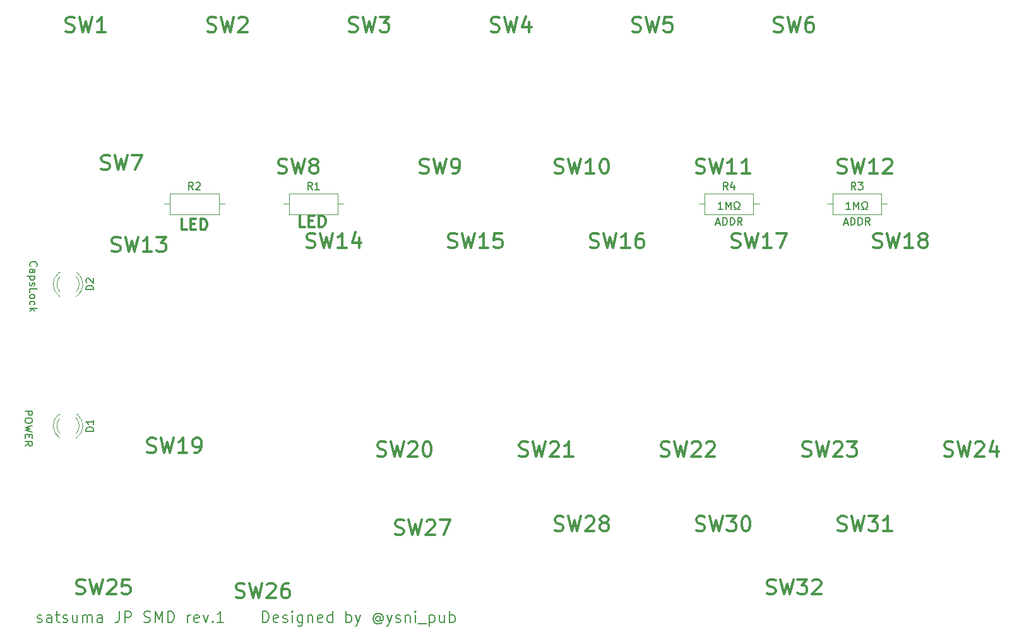
<source format=gto>
G04 #@! TF.GenerationSoftware,KiCad,Pcbnew,5.1.2-f72e74a~84~ubuntu18.04.1*
G04 #@! TF.CreationDate,2019-06-15T16:10:17+09:00*
G04 #@! TF.ProjectId,left-PCB,6c656674-2d50-4434-922e-6b696361645f,rev?*
G04 #@! TF.SameCoordinates,Original*
G04 #@! TF.FileFunction,Legend,Top*
G04 #@! TF.FilePolarity,Positive*
%FSLAX46Y46*%
G04 Gerber Fmt 4.6, Leading zero omitted, Abs format (unit mm)*
G04 Created by KiCad (PCBNEW 5.1.2-f72e74a~84~ubuntu18.04.1) date 2019-06-15 16:10:17*
%MOMM*%
%LPD*%
G04 APERTURE LIST*
%ADD10C,0.150000*%
%ADD11C,0.300000*%
%ADD12C,0.120000*%
%ADD13C,4.089800*%
%ADD14C,3.150000*%
%ADD15C,1.852000*%
%ADD16C,3.102000*%
%ADD17C,2.302000*%
%ADD18C,1.602000*%
%ADD19O,1.702000X1.702000*%
%ADD20C,1.702000*%
%ADD21C,1.902000*%
%ADD22R,1.902000X1.902000*%
G04 APERTURE END LIST*
D10*
X192817857Y-95702380D02*
X192246428Y-95702380D01*
X192532142Y-95702380D02*
X192532142Y-94702380D01*
X192436904Y-94845238D01*
X192341666Y-94940476D01*
X192246428Y-94988095D01*
X193246428Y-95702380D02*
X193246428Y-94702380D01*
X193579761Y-95416666D01*
X193913095Y-94702380D01*
X193913095Y-95702380D01*
X194341666Y-95702380D02*
X194579761Y-95702380D01*
X194579761Y-95511904D01*
X194484523Y-95464285D01*
X194389285Y-95369047D01*
X194341666Y-95226190D01*
X194341666Y-94988095D01*
X194389285Y-94845238D01*
X194484523Y-94750000D01*
X194627380Y-94702380D01*
X194817857Y-94702380D01*
X194960714Y-94750000D01*
X195055952Y-94845238D01*
X195103571Y-94988095D01*
X195103571Y-95226190D01*
X195055952Y-95369047D01*
X194960714Y-95464285D01*
X194865476Y-95511904D01*
X194865476Y-95702380D01*
X195103571Y-95702380D01*
X175672857Y-95702380D02*
X175101428Y-95702380D01*
X175387142Y-95702380D02*
X175387142Y-94702380D01*
X175291904Y-94845238D01*
X175196666Y-94940476D01*
X175101428Y-94988095D01*
X176101428Y-95702380D02*
X176101428Y-94702380D01*
X176434761Y-95416666D01*
X176768095Y-94702380D01*
X176768095Y-95702380D01*
X177196666Y-95702380D02*
X177434761Y-95702380D01*
X177434761Y-95511904D01*
X177339523Y-95464285D01*
X177244285Y-95369047D01*
X177196666Y-95226190D01*
X177196666Y-94988095D01*
X177244285Y-94845238D01*
X177339523Y-94750000D01*
X177482380Y-94702380D01*
X177672857Y-94702380D01*
X177815714Y-94750000D01*
X177910952Y-94845238D01*
X177958571Y-94988095D01*
X177958571Y-95226190D01*
X177910952Y-95369047D01*
X177815714Y-95464285D01*
X177720476Y-95511904D01*
X177720476Y-95702380D01*
X177958571Y-95702380D01*
X82827857Y-103354523D02*
X82780238Y-103306904D01*
X82732619Y-103164047D01*
X82732619Y-103068809D01*
X82780238Y-102925952D01*
X82875476Y-102830714D01*
X82970714Y-102783095D01*
X83161190Y-102735476D01*
X83304047Y-102735476D01*
X83494523Y-102783095D01*
X83589761Y-102830714D01*
X83685000Y-102925952D01*
X83732619Y-103068809D01*
X83732619Y-103164047D01*
X83685000Y-103306904D01*
X83637380Y-103354523D01*
X82732619Y-104211666D02*
X83256428Y-104211666D01*
X83351666Y-104164047D01*
X83399285Y-104068809D01*
X83399285Y-103878333D01*
X83351666Y-103783095D01*
X82780238Y-104211666D02*
X82732619Y-104116428D01*
X82732619Y-103878333D01*
X82780238Y-103783095D01*
X82875476Y-103735476D01*
X82970714Y-103735476D01*
X83065952Y-103783095D01*
X83113571Y-103878333D01*
X83113571Y-104116428D01*
X83161190Y-104211666D01*
X83399285Y-104687857D02*
X82399285Y-104687857D01*
X83351666Y-104687857D02*
X83399285Y-104783095D01*
X83399285Y-104973571D01*
X83351666Y-105068809D01*
X83304047Y-105116428D01*
X83208809Y-105164047D01*
X82923095Y-105164047D01*
X82827857Y-105116428D01*
X82780238Y-105068809D01*
X82732619Y-104973571D01*
X82732619Y-104783095D01*
X82780238Y-104687857D01*
X82780238Y-105545000D02*
X82732619Y-105640238D01*
X82732619Y-105830714D01*
X82780238Y-105925952D01*
X82875476Y-105973571D01*
X82923095Y-105973571D01*
X83018333Y-105925952D01*
X83065952Y-105830714D01*
X83065952Y-105687857D01*
X83113571Y-105592619D01*
X83208809Y-105545000D01*
X83256428Y-105545000D01*
X83351666Y-105592619D01*
X83399285Y-105687857D01*
X83399285Y-105830714D01*
X83351666Y-105925952D01*
X82732619Y-106878333D02*
X82732619Y-106402142D01*
X83732619Y-106402142D01*
X82732619Y-107354523D02*
X82780238Y-107259285D01*
X82827857Y-107211666D01*
X82923095Y-107164047D01*
X83208809Y-107164047D01*
X83304047Y-107211666D01*
X83351666Y-107259285D01*
X83399285Y-107354523D01*
X83399285Y-107497380D01*
X83351666Y-107592619D01*
X83304047Y-107640238D01*
X83208809Y-107687857D01*
X82923095Y-107687857D01*
X82827857Y-107640238D01*
X82780238Y-107592619D01*
X82732619Y-107497380D01*
X82732619Y-107354523D01*
X82780238Y-108545000D02*
X82732619Y-108449761D01*
X82732619Y-108259285D01*
X82780238Y-108164047D01*
X82827857Y-108116428D01*
X82923095Y-108068809D01*
X83208809Y-108068809D01*
X83304047Y-108116428D01*
X83351666Y-108164047D01*
X83399285Y-108259285D01*
X83399285Y-108449761D01*
X83351666Y-108545000D01*
X82732619Y-108973571D02*
X83732619Y-108973571D01*
X83113571Y-109068809D02*
X82732619Y-109354523D01*
X83399285Y-109354523D02*
X83018333Y-108973571D01*
X82097619Y-122785476D02*
X83097619Y-122785476D01*
X83097619Y-123166428D01*
X83050000Y-123261666D01*
X83002380Y-123309285D01*
X82907142Y-123356904D01*
X82764285Y-123356904D01*
X82669047Y-123309285D01*
X82621428Y-123261666D01*
X82573809Y-123166428D01*
X82573809Y-122785476D01*
X83097619Y-123975952D02*
X83097619Y-124166428D01*
X83050000Y-124261666D01*
X82954761Y-124356904D01*
X82764285Y-124404523D01*
X82430952Y-124404523D01*
X82240476Y-124356904D01*
X82145238Y-124261666D01*
X82097619Y-124166428D01*
X82097619Y-123975952D01*
X82145238Y-123880714D01*
X82240476Y-123785476D01*
X82430952Y-123737857D01*
X82764285Y-123737857D01*
X82954761Y-123785476D01*
X83050000Y-123880714D01*
X83097619Y-123975952D01*
X83097619Y-124737857D02*
X82097619Y-124975952D01*
X82811904Y-125166428D01*
X82097619Y-125356904D01*
X83097619Y-125595000D01*
X82621428Y-125975952D02*
X82621428Y-126309285D01*
X82097619Y-126452142D02*
X82097619Y-125975952D01*
X83097619Y-125975952D01*
X83097619Y-126452142D01*
X82097619Y-127452142D02*
X82573809Y-127118809D01*
X82097619Y-126880714D02*
X83097619Y-126880714D01*
X83097619Y-127261666D01*
X83050000Y-127356904D01*
X83002380Y-127404523D01*
X82907142Y-127452142D01*
X82764285Y-127452142D01*
X82669047Y-127404523D01*
X82621428Y-127356904D01*
X82573809Y-127261666D01*
X82573809Y-126880714D01*
X191936904Y-97541666D02*
X192413095Y-97541666D01*
X191841666Y-97827380D02*
X192175000Y-96827380D01*
X192508333Y-97827380D01*
X192841666Y-97827380D02*
X192841666Y-96827380D01*
X193079761Y-96827380D01*
X193222619Y-96875000D01*
X193317857Y-96970238D01*
X193365476Y-97065476D01*
X193413095Y-97255952D01*
X193413095Y-97398809D01*
X193365476Y-97589285D01*
X193317857Y-97684523D01*
X193222619Y-97779761D01*
X193079761Y-97827380D01*
X192841666Y-97827380D01*
X193841666Y-97827380D02*
X193841666Y-96827380D01*
X194079761Y-96827380D01*
X194222619Y-96875000D01*
X194317857Y-96970238D01*
X194365476Y-97065476D01*
X194413095Y-97255952D01*
X194413095Y-97398809D01*
X194365476Y-97589285D01*
X194317857Y-97684523D01*
X194222619Y-97779761D01*
X194079761Y-97827380D01*
X193841666Y-97827380D01*
X195413095Y-97827380D02*
X195079761Y-97351190D01*
X194841666Y-97827380D02*
X194841666Y-96827380D01*
X195222619Y-96827380D01*
X195317857Y-96875000D01*
X195365476Y-96922619D01*
X195413095Y-97017857D01*
X195413095Y-97160714D01*
X195365476Y-97255952D01*
X195317857Y-97303571D01*
X195222619Y-97351190D01*
X194841666Y-97351190D01*
X174791904Y-97541666D02*
X175268095Y-97541666D01*
X174696666Y-97827380D02*
X175030000Y-96827380D01*
X175363333Y-97827380D01*
X175696666Y-97827380D02*
X175696666Y-96827380D01*
X175934761Y-96827380D01*
X176077619Y-96875000D01*
X176172857Y-96970238D01*
X176220476Y-97065476D01*
X176268095Y-97255952D01*
X176268095Y-97398809D01*
X176220476Y-97589285D01*
X176172857Y-97684523D01*
X176077619Y-97779761D01*
X175934761Y-97827380D01*
X175696666Y-97827380D01*
X176696666Y-97827380D02*
X176696666Y-96827380D01*
X176934761Y-96827380D01*
X177077619Y-96875000D01*
X177172857Y-96970238D01*
X177220476Y-97065476D01*
X177268095Y-97255952D01*
X177268095Y-97398809D01*
X177220476Y-97589285D01*
X177172857Y-97684523D01*
X177077619Y-97779761D01*
X176934761Y-97827380D01*
X176696666Y-97827380D01*
X178268095Y-97827380D02*
X177934761Y-97351190D01*
X177696666Y-97827380D02*
X177696666Y-96827380D01*
X178077619Y-96827380D01*
X178172857Y-96875000D01*
X178220476Y-96922619D01*
X178268095Y-97017857D01*
X178268095Y-97160714D01*
X178220476Y-97255952D01*
X178172857Y-97303571D01*
X178077619Y-97351190D01*
X177696666Y-97351190D01*
D11*
X119685714Y-98053571D02*
X118971428Y-98053571D01*
X118971428Y-96553571D01*
X120185714Y-97267857D02*
X120685714Y-97267857D01*
X120900000Y-98053571D02*
X120185714Y-98053571D01*
X120185714Y-96553571D01*
X120900000Y-96553571D01*
X121542857Y-98053571D02*
X121542857Y-96553571D01*
X121900000Y-96553571D01*
X122114285Y-96625000D01*
X122257142Y-96767857D01*
X122328571Y-96910714D01*
X122400000Y-97196428D01*
X122400000Y-97410714D01*
X122328571Y-97696428D01*
X122257142Y-97839285D01*
X122114285Y-97982142D01*
X121900000Y-98053571D01*
X121542857Y-98053571D01*
X103810714Y-98468571D02*
X103096428Y-98468571D01*
X103096428Y-96968571D01*
X104310714Y-97682857D02*
X104810714Y-97682857D01*
X105025000Y-98468571D02*
X104310714Y-98468571D01*
X104310714Y-96968571D01*
X105025000Y-96968571D01*
X105667857Y-98468571D02*
X105667857Y-96968571D01*
X106025000Y-96968571D01*
X106239285Y-97040000D01*
X106382142Y-97182857D01*
X106453571Y-97325714D01*
X106525000Y-97611428D01*
X106525000Y-97825714D01*
X106453571Y-98111428D01*
X106382142Y-98254285D01*
X106239285Y-98397142D01*
X106025000Y-98468571D01*
X105667857Y-98468571D01*
D10*
X83760000Y-151102142D02*
X83902857Y-151173571D01*
X84188571Y-151173571D01*
X84331428Y-151102142D01*
X84402857Y-150959285D01*
X84402857Y-150887857D01*
X84331428Y-150745000D01*
X84188571Y-150673571D01*
X83974285Y-150673571D01*
X83831428Y-150602142D01*
X83760000Y-150459285D01*
X83760000Y-150387857D01*
X83831428Y-150245000D01*
X83974285Y-150173571D01*
X84188571Y-150173571D01*
X84331428Y-150245000D01*
X85688571Y-151173571D02*
X85688571Y-150387857D01*
X85617142Y-150245000D01*
X85474285Y-150173571D01*
X85188571Y-150173571D01*
X85045714Y-150245000D01*
X85688571Y-151102142D02*
X85545714Y-151173571D01*
X85188571Y-151173571D01*
X85045714Y-151102142D01*
X84974285Y-150959285D01*
X84974285Y-150816428D01*
X85045714Y-150673571D01*
X85188571Y-150602142D01*
X85545714Y-150602142D01*
X85688571Y-150530714D01*
X86188571Y-150173571D02*
X86760000Y-150173571D01*
X86402857Y-149673571D02*
X86402857Y-150959285D01*
X86474285Y-151102142D01*
X86617142Y-151173571D01*
X86760000Y-151173571D01*
X87188571Y-151102142D02*
X87331428Y-151173571D01*
X87617142Y-151173571D01*
X87760000Y-151102142D01*
X87831428Y-150959285D01*
X87831428Y-150887857D01*
X87760000Y-150745000D01*
X87617142Y-150673571D01*
X87402857Y-150673571D01*
X87260000Y-150602142D01*
X87188571Y-150459285D01*
X87188571Y-150387857D01*
X87260000Y-150245000D01*
X87402857Y-150173571D01*
X87617142Y-150173571D01*
X87760000Y-150245000D01*
X89117142Y-150173571D02*
X89117142Y-151173571D01*
X88474285Y-150173571D02*
X88474285Y-150959285D01*
X88545714Y-151102142D01*
X88688571Y-151173571D01*
X88902857Y-151173571D01*
X89045714Y-151102142D01*
X89117142Y-151030714D01*
X89831428Y-151173571D02*
X89831428Y-150173571D01*
X89831428Y-150316428D02*
X89902857Y-150245000D01*
X90045714Y-150173571D01*
X90260000Y-150173571D01*
X90402857Y-150245000D01*
X90474285Y-150387857D01*
X90474285Y-151173571D01*
X90474285Y-150387857D02*
X90545714Y-150245000D01*
X90688571Y-150173571D01*
X90902857Y-150173571D01*
X91045714Y-150245000D01*
X91117142Y-150387857D01*
X91117142Y-151173571D01*
X92474285Y-151173571D02*
X92474285Y-150387857D01*
X92402857Y-150245000D01*
X92260000Y-150173571D01*
X91974285Y-150173571D01*
X91831428Y-150245000D01*
X92474285Y-151102142D02*
X92331428Y-151173571D01*
X91974285Y-151173571D01*
X91831428Y-151102142D01*
X91760000Y-150959285D01*
X91760000Y-150816428D01*
X91831428Y-150673571D01*
X91974285Y-150602142D01*
X92331428Y-150602142D01*
X92474285Y-150530714D01*
X94760000Y-149673571D02*
X94760000Y-150745000D01*
X94688571Y-150959285D01*
X94545714Y-151102142D01*
X94331428Y-151173571D01*
X94188571Y-151173571D01*
X95474285Y-151173571D02*
X95474285Y-149673571D01*
X96045714Y-149673571D01*
X96188571Y-149745000D01*
X96260000Y-149816428D01*
X96331428Y-149959285D01*
X96331428Y-150173571D01*
X96260000Y-150316428D01*
X96188571Y-150387857D01*
X96045714Y-150459285D01*
X95474285Y-150459285D01*
X98045714Y-151102142D02*
X98260000Y-151173571D01*
X98617142Y-151173571D01*
X98760000Y-151102142D01*
X98831428Y-151030714D01*
X98902857Y-150887857D01*
X98902857Y-150745000D01*
X98831428Y-150602142D01*
X98760000Y-150530714D01*
X98617142Y-150459285D01*
X98331428Y-150387857D01*
X98188571Y-150316428D01*
X98117142Y-150245000D01*
X98045714Y-150102142D01*
X98045714Y-149959285D01*
X98117142Y-149816428D01*
X98188571Y-149745000D01*
X98331428Y-149673571D01*
X98688571Y-149673571D01*
X98902857Y-149745000D01*
X99545714Y-151173571D02*
X99545714Y-149673571D01*
X100045714Y-150745000D01*
X100545714Y-149673571D01*
X100545714Y-151173571D01*
X101260000Y-151173571D02*
X101260000Y-149673571D01*
X101617142Y-149673571D01*
X101831428Y-149745000D01*
X101974285Y-149887857D01*
X102045714Y-150030714D01*
X102117142Y-150316428D01*
X102117142Y-150530714D01*
X102045714Y-150816428D01*
X101974285Y-150959285D01*
X101831428Y-151102142D01*
X101617142Y-151173571D01*
X101260000Y-151173571D01*
X103902857Y-151173571D02*
X103902857Y-150173571D01*
X103902857Y-150459285D02*
X103974285Y-150316428D01*
X104045714Y-150245000D01*
X104188571Y-150173571D01*
X104331428Y-150173571D01*
X105402857Y-151102142D02*
X105260000Y-151173571D01*
X104974285Y-151173571D01*
X104831428Y-151102142D01*
X104760000Y-150959285D01*
X104760000Y-150387857D01*
X104831428Y-150245000D01*
X104974285Y-150173571D01*
X105260000Y-150173571D01*
X105402857Y-150245000D01*
X105474285Y-150387857D01*
X105474285Y-150530714D01*
X104760000Y-150673571D01*
X105974285Y-150173571D02*
X106331428Y-151173571D01*
X106688571Y-150173571D01*
X107260000Y-151030714D02*
X107331428Y-151102142D01*
X107260000Y-151173571D01*
X107188571Y-151102142D01*
X107260000Y-151030714D01*
X107260000Y-151173571D01*
X108760000Y-151173571D02*
X107902857Y-151173571D01*
X108331428Y-151173571D02*
X108331428Y-149673571D01*
X108188571Y-149887857D01*
X108045714Y-150030714D01*
X107902857Y-150102142D01*
X113974285Y-151173571D02*
X113974285Y-149673571D01*
X114331428Y-149673571D01*
X114545714Y-149745000D01*
X114688571Y-149887857D01*
X114760000Y-150030714D01*
X114831428Y-150316428D01*
X114831428Y-150530714D01*
X114760000Y-150816428D01*
X114688571Y-150959285D01*
X114545714Y-151102142D01*
X114331428Y-151173571D01*
X113974285Y-151173571D01*
X116045714Y-151102142D02*
X115902857Y-151173571D01*
X115617142Y-151173571D01*
X115474285Y-151102142D01*
X115402857Y-150959285D01*
X115402857Y-150387857D01*
X115474285Y-150245000D01*
X115617142Y-150173571D01*
X115902857Y-150173571D01*
X116045714Y-150245000D01*
X116117142Y-150387857D01*
X116117142Y-150530714D01*
X115402857Y-150673571D01*
X116688571Y-151102142D02*
X116831428Y-151173571D01*
X117117142Y-151173571D01*
X117260000Y-151102142D01*
X117331428Y-150959285D01*
X117331428Y-150887857D01*
X117260000Y-150745000D01*
X117117142Y-150673571D01*
X116902857Y-150673571D01*
X116760000Y-150602142D01*
X116688571Y-150459285D01*
X116688571Y-150387857D01*
X116760000Y-150245000D01*
X116902857Y-150173571D01*
X117117142Y-150173571D01*
X117260000Y-150245000D01*
X117974285Y-151173571D02*
X117974285Y-150173571D01*
X117974285Y-149673571D02*
X117902857Y-149745000D01*
X117974285Y-149816428D01*
X118045714Y-149745000D01*
X117974285Y-149673571D01*
X117974285Y-149816428D01*
X119331428Y-150173571D02*
X119331428Y-151387857D01*
X119260000Y-151530714D01*
X119188571Y-151602142D01*
X119045714Y-151673571D01*
X118831428Y-151673571D01*
X118688571Y-151602142D01*
X119331428Y-151102142D02*
X119188571Y-151173571D01*
X118902857Y-151173571D01*
X118760000Y-151102142D01*
X118688571Y-151030714D01*
X118617142Y-150887857D01*
X118617142Y-150459285D01*
X118688571Y-150316428D01*
X118760000Y-150245000D01*
X118902857Y-150173571D01*
X119188571Y-150173571D01*
X119331428Y-150245000D01*
X120045714Y-150173571D02*
X120045714Y-151173571D01*
X120045714Y-150316428D02*
X120117142Y-150245000D01*
X120260000Y-150173571D01*
X120474285Y-150173571D01*
X120617142Y-150245000D01*
X120688571Y-150387857D01*
X120688571Y-151173571D01*
X121974285Y-151102142D02*
X121831428Y-151173571D01*
X121545714Y-151173571D01*
X121402857Y-151102142D01*
X121331428Y-150959285D01*
X121331428Y-150387857D01*
X121402857Y-150245000D01*
X121545714Y-150173571D01*
X121831428Y-150173571D01*
X121974285Y-150245000D01*
X122045714Y-150387857D01*
X122045714Y-150530714D01*
X121331428Y-150673571D01*
X123331428Y-151173571D02*
X123331428Y-149673571D01*
X123331428Y-151102142D02*
X123188571Y-151173571D01*
X122902857Y-151173571D01*
X122760000Y-151102142D01*
X122688571Y-151030714D01*
X122617142Y-150887857D01*
X122617142Y-150459285D01*
X122688571Y-150316428D01*
X122760000Y-150245000D01*
X122902857Y-150173571D01*
X123188571Y-150173571D01*
X123331428Y-150245000D01*
X125188571Y-151173571D02*
X125188571Y-149673571D01*
X125188571Y-150245000D02*
X125331428Y-150173571D01*
X125617142Y-150173571D01*
X125760000Y-150245000D01*
X125831428Y-150316428D01*
X125902857Y-150459285D01*
X125902857Y-150887857D01*
X125831428Y-151030714D01*
X125760000Y-151102142D01*
X125617142Y-151173571D01*
X125331428Y-151173571D01*
X125188571Y-151102142D01*
X126402857Y-150173571D02*
X126760000Y-151173571D01*
X127117142Y-150173571D02*
X126760000Y-151173571D01*
X126617142Y-151530714D01*
X126545714Y-151602142D01*
X126402857Y-151673571D01*
X129760000Y-150459285D02*
X129688571Y-150387857D01*
X129545714Y-150316428D01*
X129402857Y-150316428D01*
X129260000Y-150387857D01*
X129188571Y-150459285D01*
X129117142Y-150602142D01*
X129117142Y-150745000D01*
X129188571Y-150887857D01*
X129260000Y-150959285D01*
X129402857Y-151030714D01*
X129545714Y-151030714D01*
X129688571Y-150959285D01*
X129760000Y-150887857D01*
X129760000Y-150316428D02*
X129760000Y-150887857D01*
X129831428Y-150959285D01*
X129902857Y-150959285D01*
X130045714Y-150887857D01*
X130117142Y-150745000D01*
X130117142Y-150387857D01*
X129974285Y-150173571D01*
X129760000Y-150030714D01*
X129474285Y-149959285D01*
X129188571Y-150030714D01*
X128974285Y-150173571D01*
X128831428Y-150387857D01*
X128760000Y-150673571D01*
X128831428Y-150959285D01*
X128974285Y-151173571D01*
X129188571Y-151316428D01*
X129474285Y-151387857D01*
X129760000Y-151316428D01*
X129974285Y-151173571D01*
X130617142Y-150173571D02*
X130974285Y-151173571D01*
X131331428Y-150173571D02*
X130974285Y-151173571D01*
X130831428Y-151530714D01*
X130760000Y-151602142D01*
X130617142Y-151673571D01*
X131831428Y-151102142D02*
X131974285Y-151173571D01*
X132260000Y-151173571D01*
X132402857Y-151102142D01*
X132474285Y-150959285D01*
X132474285Y-150887857D01*
X132402857Y-150745000D01*
X132260000Y-150673571D01*
X132045714Y-150673571D01*
X131902857Y-150602142D01*
X131831428Y-150459285D01*
X131831428Y-150387857D01*
X131902857Y-150245000D01*
X132045714Y-150173571D01*
X132260000Y-150173571D01*
X132402857Y-150245000D01*
X133117142Y-150173571D02*
X133117142Y-151173571D01*
X133117142Y-150316428D02*
X133188571Y-150245000D01*
X133331428Y-150173571D01*
X133545714Y-150173571D01*
X133688571Y-150245000D01*
X133760000Y-150387857D01*
X133760000Y-151173571D01*
X134474285Y-151173571D02*
X134474285Y-150173571D01*
X134474285Y-149673571D02*
X134402857Y-149745000D01*
X134474285Y-149816428D01*
X134545714Y-149745000D01*
X134474285Y-149673571D01*
X134474285Y-149816428D01*
X134831428Y-151316428D02*
X135974285Y-151316428D01*
X136331428Y-150173571D02*
X136331428Y-151673571D01*
X136331428Y-150245000D02*
X136474285Y-150173571D01*
X136760000Y-150173571D01*
X136902857Y-150245000D01*
X136974285Y-150316428D01*
X137045714Y-150459285D01*
X137045714Y-150887857D01*
X136974285Y-151030714D01*
X136902857Y-151102142D01*
X136760000Y-151173571D01*
X136474285Y-151173571D01*
X136331428Y-151102142D01*
X138331428Y-150173571D02*
X138331428Y-151173571D01*
X137688571Y-150173571D02*
X137688571Y-150959285D01*
X137760000Y-151102142D01*
X137902857Y-151173571D01*
X138117142Y-151173571D01*
X138260000Y-151102142D01*
X138331428Y-151030714D01*
X139045714Y-151173571D02*
X139045714Y-149673571D01*
X139045714Y-150245000D02*
X139188571Y-150173571D01*
X139474285Y-150173571D01*
X139617142Y-150245000D01*
X139688571Y-150316428D01*
X139760000Y-150459285D01*
X139760000Y-150887857D01*
X139688571Y-151030714D01*
X139617142Y-151102142D01*
X139474285Y-151173571D01*
X139188571Y-151173571D01*
X139045714Y-151102142D01*
D12*
X180570000Y-95000000D02*
X179800000Y-95000000D01*
X172490000Y-95000000D02*
X173260000Y-95000000D01*
X179800000Y-93630000D02*
X173260000Y-93630000D01*
X179800000Y-96370000D02*
X179800000Y-93630000D01*
X173260000Y-96370000D02*
X179800000Y-96370000D01*
X173260000Y-93630000D02*
X173260000Y-96370000D01*
X189635000Y-95000000D02*
X190405000Y-95000000D01*
X197715000Y-95000000D02*
X196945000Y-95000000D01*
X190405000Y-96370000D02*
X196945000Y-96370000D01*
X190405000Y-93630000D02*
X190405000Y-96370000D01*
X196945000Y-93630000D02*
X190405000Y-93630000D01*
X196945000Y-96370000D02*
X196945000Y-93630000D01*
X108870000Y-95000000D02*
X108100000Y-95000000D01*
X100790000Y-95000000D02*
X101560000Y-95000000D01*
X108100000Y-93630000D02*
X101560000Y-93630000D01*
X108100000Y-96370000D02*
X108100000Y-93630000D01*
X101560000Y-96370000D02*
X108100000Y-96370000D01*
X101560000Y-93630000D02*
X101560000Y-96370000D01*
X86795000Y-104210000D02*
X86639000Y-104210000D01*
X89111000Y-104210000D02*
X88955000Y-104210000D01*
X86795163Y-106811130D02*
G75*
G02X86795000Y-104729039I1079837J1041130D01*
G01*
X88954837Y-106811130D02*
G75*
G03X88955000Y-104729039I-1079837J1041130D01*
G01*
X86796392Y-107442335D02*
G75*
G02X86639484Y-104210000I1078608J1672335D01*
G01*
X88953608Y-107442335D02*
G75*
G03X89110516Y-104210000I-1078608J1672335D01*
G01*
X116755000Y-95000000D02*
X117525000Y-95000000D01*
X124835000Y-95000000D02*
X124065000Y-95000000D01*
X117525000Y-96370000D02*
X124065000Y-96370000D01*
X117525000Y-93630000D02*
X117525000Y-96370000D01*
X124065000Y-93630000D02*
X117525000Y-93630000D01*
X124065000Y-96370000D02*
X124065000Y-93630000D01*
X86795000Y-123210000D02*
X86639000Y-123210000D01*
X89111000Y-123210000D02*
X88955000Y-123210000D01*
X86795163Y-125811130D02*
G75*
G02X86795000Y-123729039I1079837J1041130D01*
G01*
X88954837Y-125811130D02*
G75*
G03X88955000Y-123729039I-1079837J1041130D01*
G01*
X86796392Y-126442335D02*
G75*
G02X86639484Y-123210000I1078608J1672335D01*
G01*
X88953608Y-126442335D02*
G75*
G03X89110516Y-123210000I-1078608J1672335D01*
G01*
D11*
X98505952Y-128309523D02*
X98791666Y-128404761D01*
X99267857Y-128404761D01*
X99458333Y-128309523D01*
X99553571Y-128214285D01*
X99648809Y-128023809D01*
X99648809Y-127833333D01*
X99553571Y-127642857D01*
X99458333Y-127547619D01*
X99267857Y-127452380D01*
X98886904Y-127357142D01*
X98696428Y-127261904D01*
X98601190Y-127166666D01*
X98505952Y-126976190D01*
X98505952Y-126785714D01*
X98601190Y-126595238D01*
X98696428Y-126500000D01*
X98886904Y-126404761D01*
X99363095Y-126404761D01*
X99648809Y-126500000D01*
X100315476Y-126404761D02*
X100791666Y-128404761D01*
X101172619Y-126976190D01*
X101553571Y-128404761D01*
X102029761Y-126404761D01*
X103839285Y-128404761D02*
X102696428Y-128404761D01*
X103267857Y-128404761D02*
X103267857Y-126404761D01*
X103077380Y-126690476D01*
X102886904Y-126880952D01*
X102696428Y-126976190D01*
X104791666Y-128404761D02*
X105172619Y-128404761D01*
X105363095Y-128309523D01*
X105458333Y-128214285D01*
X105648809Y-127928571D01*
X105744047Y-127547619D01*
X105744047Y-126785714D01*
X105648809Y-126595238D01*
X105553571Y-126500000D01*
X105363095Y-126404761D01*
X104982142Y-126404761D01*
X104791666Y-126500000D01*
X104696428Y-126595238D01*
X104601190Y-126785714D01*
X104601190Y-127261904D01*
X104696428Y-127452380D01*
X104791666Y-127547619D01*
X104982142Y-127642857D01*
X105363095Y-127642857D01*
X105553571Y-127547619D01*
X105648809Y-127452380D01*
X105744047Y-127261904D01*
D10*
X176363333Y-93082380D02*
X176030000Y-92606190D01*
X175791904Y-93082380D02*
X175791904Y-92082380D01*
X176172857Y-92082380D01*
X176268095Y-92130000D01*
X176315714Y-92177619D01*
X176363333Y-92272857D01*
X176363333Y-92415714D01*
X176315714Y-92510952D01*
X176268095Y-92558571D01*
X176172857Y-92606190D01*
X175791904Y-92606190D01*
X177220476Y-92415714D02*
X177220476Y-93082380D01*
X176982380Y-92034761D02*
X176744285Y-92749047D01*
X177363333Y-92749047D01*
X193508333Y-93077380D02*
X193175000Y-92601190D01*
X192936904Y-93077380D02*
X192936904Y-92077380D01*
X193317857Y-92077380D01*
X193413095Y-92125000D01*
X193460714Y-92172619D01*
X193508333Y-92267857D01*
X193508333Y-92410714D01*
X193460714Y-92505952D01*
X193413095Y-92553571D01*
X193317857Y-92601190D01*
X192936904Y-92601190D01*
X193841666Y-92077380D02*
X194460714Y-92077380D01*
X194127380Y-92458333D01*
X194270238Y-92458333D01*
X194365476Y-92505952D01*
X194413095Y-92553571D01*
X194460714Y-92648809D01*
X194460714Y-92886904D01*
X194413095Y-92982142D01*
X194365476Y-93029761D01*
X194270238Y-93077380D01*
X193984523Y-93077380D01*
X193889285Y-93029761D01*
X193841666Y-92982142D01*
X104663333Y-93082380D02*
X104330000Y-92606190D01*
X104091904Y-93082380D02*
X104091904Y-92082380D01*
X104472857Y-92082380D01*
X104568095Y-92130000D01*
X104615714Y-92177619D01*
X104663333Y-92272857D01*
X104663333Y-92415714D01*
X104615714Y-92510952D01*
X104568095Y-92558571D01*
X104472857Y-92606190D01*
X104091904Y-92606190D01*
X105044285Y-92177619D02*
X105091904Y-92130000D01*
X105187142Y-92082380D01*
X105425238Y-92082380D01*
X105520476Y-92130000D01*
X105568095Y-92177619D01*
X105615714Y-92272857D01*
X105615714Y-92368095D01*
X105568095Y-92510952D01*
X104996666Y-93082380D01*
X105615714Y-93082380D01*
X91287380Y-106508095D02*
X90287380Y-106508095D01*
X90287380Y-106270000D01*
X90335000Y-106127142D01*
X90430238Y-106031904D01*
X90525476Y-105984285D01*
X90715952Y-105936666D01*
X90858809Y-105936666D01*
X91049285Y-105984285D01*
X91144523Y-106031904D01*
X91239761Y-106127142D01*
X91287380Y-106270000D01*
X91287380Y-106508095D01*
X90382619Y-105555714D02*
X90335000Y-105508095D01*
X90287380Y-105412857D01*
X90287380Y-105174761D01*
X90335000Y-105079523D01*
X90382619Y-105031904D01*
X90477857Y-104984285D01*
X90573095Y-104984285D01*
X90715952Y-105031904D01*
X91287380Y-105603333D01*
X91287380Y-104984285D01*
D11*
X181630952Y-147309523D02*
X181916666Y-147404761D01*
X182392857Y-147404761D01*
X182583333Y-147309523D01*
X182678571Y-147214285D01*
X182773809Y-147023809D01*
X182773809Y-146833333D01*
X182678571Y-146642857D01*
X182583333Y-146547619D01*
X182392857Y-146452380D01*
X182011904Y-146357142D01*
X181821428Y-146261904D01*
X181726190Y-146166666D01*
X181630952Y-145976190D01*
X181630952Y-145785714D01*
X181726190Y-145595238D01*
X181821428Y-145500000D01*
X182011904Y-145404761D01*
X182488095Y-145404761D01*
X182773809Y-145500000D01*
X183440476Y-145404761D02*
X183916666Y-147404761D01*
X184297619Y-145976190D01*
X184678571Y-147404761D01*
X185154761Y-145404761D01*
X185726190Y-145404761D02*
X186964285Y-145404761D01*
X186297619Y-146166666D01*
X186583333Y-146166666D01*
X186773809Y-146261904D01*
X186869047Y-146357142D01*
X186964285Y-146547619D01*
X186964285Y-147023809D01*
X186869047Y-147214285D01*
X186773809Y-147309523D01*
X186583333Y-147404761D01*
X186011904Y-147404761D01*
X185821428Y-147309523D01*
X185726190Y-147214285D01*
X187726190Y-145595238D02*
X187821428Y-145500000D01*
X188011904Y-145404761D01*
X188488095Y-145404761D01*
X188678571Y-145500000D01*
X188773809Y-145595238D01*
X188869047Y-145785714D01*
X188869047Y-145976190D01*
X188773809Y-146261904D01*
X187630952Y-147404761D01*
X188869047Y-147404761D01*
X191130952Y-138809523D02*
X191416666Y-138904761D01*
X191892857Y-138904761D01*
X192083333Y-138809523D01*
X192178571Y-138714285D01*
X192273809Y-138523809D01*
X192273809Y-138333333D01*
X192178571Y-138142857D01*
X192083333Y-138047619D01*
X191892857Y-137952380D01*
X191511904Y-137857142D01*
X191321428Y-137761904D01*
X191226190Y-137666666D01*
X191130952Y-137476190D01*
X191130952Y-137285714D01*
X191226190Y-137095238D01*
X191321428Y-137000000D01*
X191511904Y-136904761D01*
X191988095Y-136904761D01*
X192273809Y-137000000D01*
X192940476Y-136904761D02*
X193416666Y-138904761D01*
X193797619Y-137476190D01*
X194178571Y-138904761D01*
X194654761Y-136904761D01*
X195226190Y-136904761D02*
X196464285Y-136904761D01*
X195797619Y-137666666D01*
X196083333Y-137666666D01*
X196273809Y-137761904D01*
X196369047Y-137857142D01*
X196464285Y-138047619D01*
X196464285Y-138523809D01*
X196369047Y-138714285D01*
X196273809Y-138809523D01*
X196083333Y-138904761D01*
X195511904Y-138904761D01*
X195321428Y-138809523D01*
X195226190Y-138714285D01*
X198369047Y-138904761D02*
X197226190Y-138904761D01*
X197797619Y-138904761D02*
X197797619Y-136904761D01*
X197607142Y-137190476D01*
X197416666Y-137380952D01*
X197226190Y-137476190D01*
X110380952Y-147809523D02*
X110666666Y-147904761D01*
X111142857Y-147904761D01*
X111333333Y-147809523D01*
X111428571Y-147714285D01*
X111523809Y-147523809D01*
X111523809Y-147333333D01*
X111428571Y-147142857D01*
X111333333Y-147047619D01*
X111142857Y-146952380D01*
X110761904Y-146857142D01*
X110571428Y-146761904D01*
X110476190Y-146666666D01*
X110380952Y-146476190D01*
X110380952Y-146285714D01*
X110476190Y-146095238D01*
X110571428Y-146000000D01*
X110761904Y-145904761D01*
X111238095Y-145904761D01*
X111523809Y-146000000D01*
X112190476Y-145904761D02*
X112666666Y-147904761D01*
X113047619Y-146476190D01*
X113428571Y-147904761D01*
X113904761Y-145904761D01*
X114571428Y-146095238D02*
X114666666Y-146000000D01*
X114857142Y-145904761D01*
X115333333Y-145904761D01*
X115523809Y-146000000D01*
X115619047Y-146095238D01*
X115714285Y-146285714D01*
X115714285Y-146476190D01*
X115619047Y-146761904D01*
X114476190Y-147904761D01*
X115714285Y-147904761D01*
X117428571Y-145904761D02*
X117047619Y-145904761D01*
X116857142Y-146000000D01*
X116761904Y-146095238D01*
X116571428Y-146380952D01*
X116476190Y-146761904D01*
X116476190Y-147523809D01*
X116571428Y-147714285D01*
X116666666Y-147809523D01*
X116857142Y-147904761D01*
X117238095Y-147904761D01*
X117428571Y-147809523D01*
X117523809Y-147714285D01*
X117619047Y-147523809D01*
X117619047Y-147047619D01*
X117523809Y-146857142D01*
X117428571Y-146761904D01*
X117238095Y-146666666D01*
X116857142Y-146666666D01*
X116666666Y-146761904D01*
X116571428Y-146857142D01*
X116476190Y-147047619D01*
D10*
X120628333Y-93077380D02*
X120295000Y-92601190D01*
X120056904Y-93077380D02*
X120056904Y-92077380D01*
X120437857Y-92077380D01*
X120533095Y-92125000D01*
X120580714Y-92172619D01*
X120628333Y-92267857D01*
X120628333Y-92410714D01*
X120580714Y-92505952D01*
X120533095Y-92553571D01*
X120437857Y-92601190D01*
X120056904Y-92601190D01*
X121580714Y-93077380D02*
X121009285Y-93077380D01*
X121295000Y-93077380D02*
X121295000Y-92077380D01*
X121199761Y-92220238D01*
X121104523Y-92315476D01*
X121009285Y-92363095D01*
X91287380Y-125508095D02*
X90287380Y-125508095D01*
X90287380Y-125270000D01*
X90335000Y-125127142D01*
X90430238Y-125031904D01*
X90525476Y-124984285D01*
X90715952Y-124936666D01*
X90858809Y-124936666D01*
X91049285Y-124984285D01*
X91144523Y-125031904D01*
X91239761Y-125127142D01*
X91287380Y-125270000D01*
X91287380Y-125508095D01*
X91287380Y-123984285D02*
X91287380Y-124555714D01*
X91287380Y-124270000D02*
X90287380Y-124270000D01*
X90430238Y-124365238D01*
X90525476Y-124460476D01*
X90573095Y-124555714D01*
D11*
X172130952Y-138809523D02*
X172416666Y-138904761D01*
X172892857Y-138904761D01*
X173083333Y-138809523D01*
X173178571Y-138714285D01*
X173273809Y-138523809D01*
X173273809Y-138333333D01*
X173178571Y-138142857D01*
X173083333Y-138047619D01*
X172892857Y-137952380D01*
X172511904Y-137857142D01*
X172321428Y-137761904D01*
X172226190Y-137666666D01*
X172130952Y-137476190D01*
X172130952Y-137285714D01*
X172226190Y-137095238D01*
X172321428Y-137000000D01*
X172511904Y-136904761D01*
X172988095Y-136904761D01*
X173273809Y-137000000D01*
X173940476Y-136904761D02*
X174416666Y-138904761D01*
X174797619Y-137476190D01*
X175178571Y-138904761D01*
X175654761Y-136904761D01*
X176226190Y-136904761D02*
X177464285Y-136904761D01*
X176797619Y-137666666D01*
X177083333Y-137666666D01*
X177273809Y-137761904D01*
X177369047Y-137857142D01*
X177464285Y-138047619D01*
X177464285Y-138523809D01*
X177369047Y-138714285D01*
X177273809Y-138809523D01*
X177083333Y-138904761D01*
X176511904Y-138904761D01*
X176321428Y-138809523D01*
X176226190Y-138714285D01*
X178702380Y-136904761D02*
X178892857Y-136904761D01*
X179083333Y-137000000D01*
X179178571Y-137095238D01*
X179273809Y-137285714D01*
X179369047Y-137666666D01*
X179369047Y-138142857D01*
X179273809Y-138523809D01*
X179178571Y-138714285D01*
X179083333Y-138809523D01*
X178892857Y-138904761D01*
X178702380Y-138904761D01*
X178511904Y-138809523D01*
X178416666Y-138714285D01*
X178321428Y-138523809D01*
X178226190Y-138142857D01*
X178226190Y-137666666D01*
X178321428Y-137285714D01*
X178416666Y-137095238D01*
X178511904Y-137000000D01*
X178702380Y-136904761D01*
X153130952Y-138809523D02*
X153416666Y-138904761D01*
X153892857Y-138904761D01*
X154083333Y-138809523D01*
X154178571Y-138714285D01*
X154273809Y-138523809D01*
X154273809Y-138333333D01*
X154178571Y-138142857D01*
X154083333Y-138047619D01*
X153892857Y-137952380D01*
X153511904Y-137857142D01*
X153321428Y-137761904D01*
X153226190Y-137666666D01*
X153130952Y-137476190D01*
X153130952Y-137285714D01*
X153226190Y-137095238D01*
X153321428Y-137000000D01*
X153511904Y-136904761D01*
X153988095Y-136904761D01*
X154273809Y-137000000D01*
X154940476Y-136904761D02*
X155416666Y-138904761D01*
X155797619Y-137476190D01*
X156178571Y-138904761D01*
X156654761Y-136904761D01*
X157321428Y-137095238D02*
X157416666Y-137000000D01*
X157607142Y-136904761D01*
X158083333Y-136904761D01*
X158273809Y-137000000D01*
X158369047Y-137095238D01*
X158464285Y-137285714D01*
X158464285Y-137476190D01*
X158369047Y-137761904D01*
X157226190Y-138904761D01*
X158464285Y-138904761D01*
X159607142Y-137761904D02*
X159416666Y-137666666D01*
X159321428Y-137571428D01*
X159226190Y-137380952D01*
X159226190Y-137285714D01*
X159321428Y-137095238D01*
X159416666Y-137000000D01*
X159607142Y-136904761D01*
X159988095Y-136904761D01*
X160178571Y-137000000D01*
X160273809Y-137095238D01*
X160369047Y-137285714D01*
X160369047Y-137380952D01*
X160273809Y-137571428D01*
X160178571Y-137666666D01*
X159988095Y-137761904D01*
X159607142Y-137761904D01*
X159416666Y-137857142D01*
X159321428Y-137952380D01*
X159226190Y-138142857D01*
X159226190Y-138523809D01*
X159321428Y-138714285D01*
X159416666Y-138809523D01*
X159607142Y-138904761D01*
X159988095Y-138904761D01*
X160178571Y-138809523D01*
X160273809Y-138714285D01*
X160369047Y-138523809D01*
X160369047Y-138142857D01*
X160273809Y-137952380D01*
X160178571Y-137857142D01*
X159988095Y-137761904D01*
X131755952Y-139309523D02*
X132041666Y-139404761D01*
X132517857Y-139404761D01*
X132708333Y-139309523D01*
X132803571Y-139214285D01*
X132898809Y-139023809D01*
X132898809Y-138833333D01*
X132803571Y-138642857D01*
X132708333Y-138547619D01*
X132517857Y-138452380D01*
X132136904Y-138357142D01*
X131946428Y-138261904D01*
X131851190Y-138166666D01*
X131755952Y-137976190D01*
X131755952Y-137785714D01*
X131851190Y-137595238D01*
X131946428Y-137500000D01*
X132136904Y-137404761D01*
X132613095Y-137404761D01*
X132898809Y-137500000D01*
X133565476Y-137404761D02*
X134041666Y-139404761D01*
X134422619Y-137976190D01*
X134803571Y-139404761D01*
X135279761Y-137404761D01*
X135946428Y-137595238D02*
X136041666Y-137500000D01*
X136232142Y-137404761D01*
X136708333Y-137404761D01*
X136898809Y-137500000D01*
X136994047Y-137595238D01*
X137089285Y-137785714D01*
X137089285Y-137976190D01*
X136994047Y-138261904D01*
X135851190Y-139404761D01*
X137089285Y-139404761D01*
X137755952Y-137404761D02*
X139089285Y-137404761D01*
X138232142Y-139404761D01*
X89005952Y-147309523D02*
X89291666Y-147404761D01*
X89767857Y-147404761D01*
X89958333Y-147309523D01*
X90053571Y-147214285D01*
X90148809Y-147023809D01*
X90148809Y-146833333D01*
X90053571Y-146642857D01*
X89958333Y-146547619D01*
X89767857Y-146452380D01*
X89386904Y-146357142D01*
X89196428Y-146261904D01*
X89101190Y-146166666D01*
X89005952Y-145976190D01*
X89005952Y-145785714D01*
X89101190Y-145595238D01*
X89196428Y-145500000D01*
X89386904Y-145404761D01*
X89863095Y-145404761D01*
X90148809Y-145500000D01*
X90815476Y-145404761D02*
X91291666Y-147404761D01*
X91672619Y-145976190D01*
X92053571Y-147404761D01*
X92529761Y-145404761D01*
X93196428Y-145595238D02*
X93291666Y-145500000D01*
X93482142Y-145404761D01*
X93958333Y-145404761D01*
X94148809Y-145500000D01*
X94244047Y-145595238D01*
X94339285Y-145785714D01*
X94339285Y-145976190D01*
X94244047Y-146261904D01*
X93101190Y-147404761D01*
X94339285Y-147404761D01*
X96148809Y-145404761D02*
X95196428Y-145404761D01*
X95101190Y-146357142D01*
X95196428Y-146261904D01*
X95386904Y-146166666D01*
X95863095Y-146166666D01*
X96053571Y-146261904D01*
X96148809Y-146357142D01*
X96244047Y-146547619D01*
X96244047Y-147023809D01*
X96148809Y-147214285D01*
X96053571Y-147309523D01*
X95863095Y-147404761D01*
X95386904Y-147404761D01*
X95196428Y-147309523D01*
X95101190Y-147214285D01*
X205380952Y-128809523D02*
X205666666Y-128904761D01*
X206142857Y-128904761D01*
X206333333Y-128809523D01*
X206428571Y-128714285D01*
X206523809Y-128523809D01*
X206523809Y-128333333D01*
X206428571Y-128142857D01*
X206333333Y-128047619D01*
X206142857Y-127952380D01*
X205761904Y-127857142D01*
X205571428Y-127761904D01*
X205476190Y-127666666D01*
X205380952Y-127476190D01*
X205380952Y-127285714D01*
X205476190Y-127095238D01*
X205571428Y-127000000D01*
X205761904Y-126904761D01*
X206238095Y-126904761D01*
X206523809Y-127000000D01*
X207190476Y-126904761D02*
X207666666Y-128904761D01*
X208047619Y-127476190D01*
X208428571Y-128904761D01*
X208904761Y-126904761D01*
X209571428Y-127095238D02*
X209666666Y-127000000D01*
X209857142Y-126904761D01*
X210333333Y-126904761D01*
X210523809Y-127000000D01*
X210619047Y-127095238D01*
X210714285Y-127285714D01*
X210714285Y-127476190D01*
X210619047Y-127761904D01*
X209476190Y-128904761D01*
X210714285Y-128904761D01*
X212428571Y-127571428D02*
X212428571Y-128904761D01*
X211952380Y-126809523D02*
X211476190Y-128238095D01*
X212714285Y-128238095D01*
X186380952Y-128809523D02*
X186666666Y-128904761D01*
X187142857Y-128904761D01*
X187333333Y-128809523D01*
X187428571Y-128714285D01*
X187523809Y-128523809D01*
X187523809Y-128333333D01*
X187428571Y-128142857D01*
X187333333Y-128047619D01*
X187142857Y-127952380D01*
X186761904Y-127857142D01*
X186571428Y-127761904D01*
X186476190Y-127666666D01*
X186380952Y-127476190D01*
X186380952Y-127285714D01*
X186476190Y-127095238D01*
X186571428Y-127000000D01*
X186761904Y-126904761D01*
X187238095Y-126904761D01*
X187523809Y-127000000D01*
X188190476Y-126904761D02*
X188666666Y-128904761D01*
X189047619Y-127476190D01*
X189428571Y-128904761D01*
X189904761Y-126904761D01*
X190571428Y-127095238D02*
X190666666Y-127000000D01*
X190857142Y-126904761D01*
X191333333Y-126904761D01*
X191523809Y-127000000D01*
X191619047Y-127095238D01*
X191714285Y-127285714D01*
X191714285Y-127476190D01*
X191619047Y-127761904D01*
X190476190Y-128904761D01*
X191714285Y-128904761D01*
X192380952Y-126904761D02*
X193619047Y-126904761D01*
X192952380Y-127666666D01*
X193238095Y-127666666D01*
X193428571Y-127761904D01*
X193523809Y-127857142D01*
X193619047Y-128047619D01*
X193619047Y-128523809D01*
X193523809Y-128714285D01*
X193428571Y-128809523D01*
X193238095Y-128904761D01*
X192666666Y-128904761D01*
X192476190Y-128809523D01*
X192380952Y-128714285D01*
X167380952Y-128809523D02*
X167666666Y-128904761D01*
X168142857Y-128904761D01*
X168333333Y-128809523D01*
X168428571Y-128714285D01*
X168523809Y-128523809D01*
X168523809Y-128333333D01*
X168428571Y-128142857D01*
X168333333Y-128047619D01*
X168142857Y-127952380D01*
X167761904Y-127857142D01*
X167571428Y-127761904D01*
X167476190Y-127666666D01*
X167380952Y-127476190D01*
X167380952Y-127285714D01*
X167476190Y-127095238D01*
X167571428Y-127000000D01*
X167761904Y-126904761D01*
X168238095Y-126904761D01*
X168523809Y-127000000D01*
X169190476Y-126904761D02*
X169666666Y-128904761D01*
X170047619Y-127476190D01*
X170428571Y-128904761D01*
X170904761Y-126904761D01*
X171571428Y-127095238D02*
X171666666Y-127000000D01*
X171857142Y-126904761D01*
X172333333Y-126904761D01*
X172523809Y-127000000D01*
X172619047Y-127095238D01*
X172714285Y-127285714D01*
X172714285Y-127476190D01*
X172619047Y-127761904D01*
X171476190Y-128904761D01*
X172714285Y-128904761D01*
X173476190Y-127095238D02*
X173571428Y-127000000D01*
X173761904Y-126904761D01*
X174238095Y-126904761D01*
X174428571Y-127000000D01*
X174523809Y-127095238D01*
X174619047Y-127285714D01*
X174619047Y-127476190D01*
X174523809Y-127761904D01*
X173380952Y-128904761D01*
X174619047Y-128904761D01*
X148380952Y-128809523D02*
X148666666Y-128904761D01*
X149142857Y-128904761D01*
X149333333Y-128809523D01*
X149428571Y-128714285D01*
X149523809Y-128523809D01*
X149523809Y-128333333D01*
X149428571Y-128142857D01*
X149333333Y-128047619D01*
X149142857Y-127952380D01*
X148761904Y-127857142D01*
X148571428Y-127761904D01*
X148476190Y-127666666D01*
X148380952Y-127476190D01*
X148380952Y-127285714D01*
X148476190Y-127095238D01*
X148571428Y-127000000D01*
X148761904Y-126904761D01*
X149238095Y-126904761D01*
X149523809Y-127000000D01*
X150190476Y-126904761D02*
X150666666Y-128904761D01*
X151047619Y-127476190D01*
X151428571Y-128904761D01*
X151904761Y-126904761D01*
X152571428Y-127095238D02*
X152666666Y-127000000D01*
X152857142Y-126904761D01*
X153333333Y-126904761D01*
X153523809Y-127000000D01*
X153619047Y-127095238D01*
X153714285Y-127285714D01*
X153714285Y-127476190D01*
X153619047Y-127761904D01*
X152476190Y-128904761D01*
X153714285Y-128904761D01*
X155619047Y-128904761D02*
X154476190Y-128904761D01*
X155047619Y-128904761D02*
X155047619Y-126904761D01*
X154857142Y-127190476D01*
X154666666Y-127380952D01*
X154476190Y-127476190D01*
X129380952Y-128809523D02*
X129666666Y-128904761D01*
X130142857Y-128904761D01*
X130333333Y-128809523D01*
X130428571Y-128714285D01*
X130523809Y-128523809D01*
X130523809Y-128333333D01*
X130428571Y-128142857D01*
X130333333Y-128047619D01*
X130142857Y-127952380D01*
X129761904Y-127857142D01*
X129571428Y-127761904D01*
X129476190Y-127666666D01*
X129380952Y-127476190D01*
X129380952Y-127285714D01*
X129476190Y-127095238D01*
X129571428Y-127000000D01*
X129761904Y-126904761D01*
X130238095Y-126904761D01*
X130523809Y-127000000D01*
X131190476Y-126904761D02*
X131666666Y-128904761D01*
X132047619Y-127476190D01*
X132428571Y-128904761D01*
X132904761Y-126904761D01*
X133571428Y-127095238D02*
X133666666Y-127000000D01*
X133857142Y-126904761D01*
X134333333Y-126904761D01*
X134523809Y-127000000D01*
X134619047Y-127095238D01*
X134714285Y-127285714D01*
X134714285Y-127476190D01*
X134619047Y-127761904D01*
X133476190Y-128904761D01*
X134714285Y-128904761D01*
X135952380Y-126904761D02*
X136142857Y-126904761D01*
X136333333Y-127000000D01*
X136428571Y-127095238D01*
X136523809Y-127285714D01*
X136619047Y-127666666D01*
X136619047Y-128142857D01*
X136523809Y-128523809D01*
X136428571Y-128714285D01*
X136333333Y-128809523D01*
X136142857Y-128904761D01*
X135952380Y-128904761D01*
X135761904Y-128809523D01*
X135666666Y-128714285D01*
X135571428Y-128523809D01*
X135476190Y-128142857D01*
X135476190Y-127666666D01*
X135571428Y-127285714D01*
X135666666Y-127095238D01*
X135761904Y-127000000D01*
X135952380Y-126904761D01*
X195880952Y-100809523D02*
X196166666Y-100904761D01*
X196642857Y-100904761D01*
X196833333Y-100809523D01*
X196928571Y-100714285D01*
X197023809Y-100523809D01*
X197023809Y-100333333D01*
X196928571Y-100142857D01*
X196833333Y-100047619D01*
X196642857Y-99952380D01*
X196261904Y-99857142D01*
X196071428Y-99761904D01*
X195976190Y-99666666D01*
X195880952Y-99476190D01*
X195880952Y-99285714D01*
X195976190Y-99095238D01*
X196071428Y-99000000D01*
X196261904Y-98904761D01*
X196738095Y-98904761D01*
X197023809Y-99000000D01*
X197690476Y-98904761D02*
X198166666Y-100904761D01*
X198547619Y-99476190D01*
X198928571Y-100904761D01*
X199404761Y-98904761D01*
X201214285Y-100904761D02*
X200071428Y-100904761D01*
X200642857Y-100904761D02*
X200642857Y-98904761D01*
X200452380Y-99190476D01*
X200261904Y-99380952D01*
X200071428Y-99476190D01*
X202357142Y-99761904D02*
X202166666Y-99666666D01*
X202071428Y-99571428D01*
X201976190Y-99380952D01*
X201976190Y-99285714D01*
X202071428Y-99095238D01*
X202166666Y-99000000D01*
X202357142Y-98904761D01*
X202738095Y-98904761D01*
X202928571Y-99000000D01*
X203023809Y-99095238D01*
X203119047Y-99285714D01*
X203119047Y-99380952D01*
X203023809Y-99571428D01*
X202928571Y-99666666D01*
X202738095Y-99761904D01*
X202357142Y-99761904D01*
X202166666Y-99857142D01*
X202071428Y-99952380D01*
X201976190Y-100142857D01*
X201976190Y-100523809D01*
X202071428Y-100714285D01*
X202166666Y-100809523D01*
X202357142Y-100904761D01*
X202738095Y-100904761D01*
X202928571Y-100809523D01*
X203023809Y-100714285D01*
X203119047Y-100523809D01*
X203119047Y-100142857D01*
X203023809Y-99952380D01*
X202928571Y-99857142D01*
X202738095Y-99761904D01*
X176880952Y-100809523D02*
X177166666Y-100904761D01*
X177642857Y-100904761D01*
X177833333Y-100809523D01*
X177928571Y-100714285D01*
X178023809Y-100523809D01*
X178023809Y-100333333D01*
X177928571Y-100142857D01*
X177833333Y-100047619D01*
X177642857Y-99952380D01*
X177261904Y-99857142D01*
X177071428Y-99761904D01*
X176976190Y-99666666D01*
X176880952Y-99476190D01*
X176880952Y-99285714D01*
X176976190Y-99095238D01*
X177071428Y-99000000D01*
X177261904Y-98904761D01*
X177738095Y-98904761D01*
X178023809Y-99000000D01*
X178690476Y-98904761D02*
X179166666Y-100904761D01*
X179547619Y-99476190D01*
X179928571Y-100904761D01*
X180404761Y-98904761D01*
X182214285Y-100904761D02*
X181071428Y-100904761D01*
X181642857Y-100904761D02*
X181642857Y-98904761D01*
X181452380Y-99190476D01*
X181261904Y-99380952D01*
X181071428Y-99476190D01*
X182880952Y-98904761D02*
X184214285Y-98904761D01*
X183357142Y-100904761D01*
X157880952Y-100809523D02*
X158166666Y-100904761D01*
X158642857Y-100904761D01*
X158833333Y-100809523D01*
X158928571Y-100714285D01*
X159023809Y-100523809D01*
X159023809Y-100333333D01*
X158928571Y-100142857D01*
X158833333Y-100047619D01*
X158642857Y-99952380D01*
X158261904Y-99857142D01*
X158071428Y-99761904D01*
X157976190Y-99666666D01*
X157880952Y-99476190D01*
X157880952Y-99285714D01*
X157976190Y-99095238D01*
X158071428Y-99000000D01*
X158261904Y-98904761D01*
X158738095Y-98904761D01*
X159023809Y-99000000D01*
X159690476Y-98904761D02*
X160166666Y-100904761D01*
X160547619Y-99476190D01*
X160928571Y-100904761D01*
X161404761Y-98904761D01*
X163214285Y-100904761D02*
X162071428Y-100904761D01*
X162642857Y-100904761D02*
X162642857Y-98904761D01*
X162452380Y-99190476D01*
X162261904Y-99380952D01*
X162071428Y-99476190D01*
X164928571Y-98904761D02*
X164547619Y-98904761D01*
X164357142Y-99000000D01*
X164261904Y-99095238D01*
X164071428Y-99380952D01*
X163976190Y-99761904D01*
X163976190Y-100523809D01*
X164071428Y-100714285D01*
X164166666Y-100809523D01*
X164357142Y-100904761D01*
X164738095Y-100904761D01*
X164928571Y-100809523D01*
X165023809Y-100714285D01*
X165119047Y-100523809D01*
X165119047Y-100047619D01*
X165023809Y-99857142D01*
X164928571Y-99761904D01*
X164738095Y-99666666D01*
X164357142Y-99666666D01*
X164166666Y-99761904D01*
X164071428Y-99857142D01*
X163976190Y-100047619D01*
X138880952Y-100809523D02*
X139166666Y-100904761D01*
X139642857Y-100904761D01*
X139833333Y-100809523D01*
X139928571Y-100714285D01*
X140023809Y-100523809D01*
X140023809Y-100333333D01*
X139928571Y-100142857D01*
X139833333Y-100047619D01*
X139642857Y-99952380D01*
X139261904Y-99857142D01*
X139071428Y-99761904D01*
X138976190Y-99666666D01*
X138880952Y-99476190D01*
X138880952Y-99285714D01*
X138976190Y-99095238D01*
X139071428Y-99000000D01*
X139261904Y-98904761D01*
X139738095Y-98904761D01*
X140023809Y-99000000D01*
X140690476Y-98904761D02*
X141166666Y-100904761D01*
X141547619Y-99476190D01*
X141928571Y-100904761D01*
X142404761Y-98904761D01*
X144214285Y-100904761D02*
X143071428Y-100904761D01*
X143642857Y-100904761D02*
X143642857Y-98904761D01*
X143452380Y-99190476D01*
X143261904Y-99380952D01*
X143071428Y-99476190D01*
X146023809Y-98904761D02*
X145071428Y-98904761D01*
X144976190Y-99857142D01*
X145071428Y-99761904D01*
X145261904Y-99666666D01*
X145738095Y-99666666D01*
X145928571Y-99761904D01*
X146023809Y-99857142D01*
X146119047Y-100047619D01*
X146119047Y-100523809D01*
X146023809Y-100714285D01*
X145928571Y-100809523D01*
X145738095Y-100904761D01*
X145261904Y-100904761D01*
X145071428Y-100809523D01*
X144976190Y-100714285D01*
X119880952Y-100809523D02*
X120166666Y-100904761D01*
X120642857Y-100904761D01*
X120833333Y-100809523D01*
X120928571Y-100714285D01*
X121023809Y-100523809D01*
X121023809Y-100333333D01*
X120928571Y-100142857D01*
X120833333Y-100047619D01*
X120642857Y-99952380D01*
X120261904Y-99857142D01*
X120071428Y-99761904D01*
X119976190Y-99666666D01*
X119880952Y-99476190D01*
X119880952Y-99285714D01*
X119976190Y-99095238D01*
X120071428Y-99000000D01*
X120261904Y-98904761D01*
X120738095Y-98904761D01*
X121023809Y-99000000D01*
X121690476Y-98904761D02*
X122166666Y-100904761D01*
X122547619Y-99476190D01*
X122928571Y-100904761D01*
X123404761Y-98904761D01*
X125214285Y-100904761D02*
X124071428Y-100904761D01*
X124642857Y-100904761D02*
X124642857Y-98904761D01*
X124452380Y-99190476D01*
X124261904Y-99380952D01*
X124071428Y-99476190D01*
X126928571Y-99571428D02*
X126928571Y-100904761D01*
X126452380Y-98809523D02*
X125976190Y-100238095D01*
X127214285Y-100238095D01*
X93755952Y-101309523D02*
X94041666Y-101404761D01*
X94517857Y-101404761D01*
X94708333Y-101309523D01*
X94803571Y-101214285D01*
X94898809Y-101023809D01*
X94898809Y-100833333D01*
X94803571Y-100642857D01*
X94708333Y-100547619D01*
X94517857Y-100452380D01*
X94136904Y-100357142D01*
X93946428Y-100261904D01*
X93851190Y-100166666D01*
X93755952Y-99976190D01*
X93755952Y-99785714D01*
X93851190Y-99595238D01*
X93946428Y-99500000D01*
X94136904Y-99404761D01*
X94613095Y-99404761D01*
X94898809Y-99500000D01*
X95565476Y-99404761D02*
X96041666Y-101404761D01*
X96422619Y-99976190D01*
X96803571Y-101404761D01*
X97279761Y-99404761D01*
X99089285Y-101404761D02*
X97946428Y-101404761D01*
X98517857Y-101404761D02*
X98517857Y-99404761D01*
X98327380Y-99690476D01*
X98136904Y-99880952D01*
X97946428Y-99976190D01*
X99755952Y-99404761D02*
X100994047Y-99404761D01*
X100327380Y-100166666D01*
X100613095Y-100166666D01*
X100803571Y-100261904D01*
X100898809Y-100357142D01*
X100994047Y-100547619D01*
X100994047Y-101023809D01*
X100898809Y-101214285D01*
X100803571Y-101309523D01*
X100613095Y-101404761D01*
X100041666Y-101404761D01*
X99851190Y-101309523D01*
X99755952Y-101214285D01*
X191130952Y-90809523D02*
X191416666Y-90904761D01*
X191892857Y-90904761D01*
X192083333Y-90809523D01*
X192178571Y-90714285D01*
X192273809Y-90523809D01*
X192273809Y-90333333D01*
X192178571Y-90142857D01*
X192083333Y-90047619D01*
X191892857Y-89952380D01*
X191511904Y-89857142D01*
X191321428Y-89761904D01*
X191226190Y-89666666D01*
X191130952Y-89476190D01*
X191130952Y-89285714D01*
X191226190Y-89095238D01*
X191321428Y-89000000D01*
X191511904Y-88904761D01*
X191988095Y-88904761D01*
X192273809Y-89000000D01*
X192940476Y-88904761D02*
X193416666Y-90904761D01*
X193797619Y-89476190D01*
X194178571Y-90904761D01*
X194654761Y-88904761D01*
X196464285Y-90904761D02*
X195321428Y-90904761D01*
X195892857Y-90904761D02*
X195892857Y-88904761D01*
X195702380Y-89190476D01*
X195511904Y-89380952D01*
X195321428Y-89476190D01*
X197226190Y-89095238D02*
X197321428Y-89000000D01*
X197511904Y-88904761D01*
X197988095Y-88904761D01*
X198178571Y-89000000D01*
X198273809Y-89095238D01*
X198369047Y-89285714D01*
X198369047Y-89476190D01*
X198273809Y-89761904D01*
X197130952Y-90904761D01*
X198369047Y-90904761D01*
X172130952Y-90809523D02*
X172416666Y-90904761D01*
X172892857Y-90904761D01*
X173083333Y-90809523D01*
X173178571Y-90714285D01*
X173273809Y-90523809D01*
X173273809Y-90333333D01*
X173178571Y-90142857D01*
X173083333Y-90047619D01*
X172892857Y-89952380D01*
X172511904Y-89857142D01*
X172321428Y-89761904D01*
X172226190Y-89666666D01*
X172130952Y-89476190D01*
X172130952Y-89285714D01*
X172226190Y-89095238D01*
X172321428Y-89000000D01*
X172511904Y-88904761D01*
X172988095Y-88904761D01*
X173273809Y-89000000D01*
X173940476Y-88904761D02*
X174416666Y-90904761D01*
X174797619Y-89476190D01*
X175178571Y-90904761D01*
X175654761Y-88904761D01*
X177464285Y-90904761D02*
X176321428Y-90904761D01*
X176892857Y-90904761D02*
X176892857Y-88904761D01*
X176702380Y-89190476D01*
X176511904Y-89380952D01*
X176321428Y-89476190D01*
X179369047Y-90904761D02*
X178226190Y-90904761D01*
X178797619Y-90904761D02*
X178797619Y-88904761D01*
X178607142Y-89190476D01*
X178416666Y-89380952D01*
X178226190Y-89476190D01*
X153130952Y-90809523D02*
X153416666Y-90904761D01*
X153892857Y-90904761D01*
X154083333Y-90809523D01*
X154178571Y-90714285D01*
X154273809Y-90523809D01*
X154273809Y-90333333D01*
X154178571Y-90142857D01*
X154083333Y-90047619D01*
X153892857Y-89952380D01*
X153511904Y-89857142D01*
X153321428Y-89761904D01*
X153226190Y-89666666D01*
X153130952Y-89476190D01*
X153130952Y-89285714D01*
X153226190Y-89095238D01*
X153321428Y-89000000D01*
X153511904Y-88904761D01*
X153988095Y-88904761D01*
X154273809Y-89000000D01*
X154940476Y-88904761D02*
X155416666Y-90904761D01*
X155797619Y-89476190D01*
X156178571Y-90904761D01*
X156654761Y-88904761D01*
X158464285Y-90904761D02*
X157321428Y-90904761D01*
X157892857Y-90904761D02*
X157892857Y-88904761D01*
X157702380Y-89190476D01*
X157511904Y-89380952D01*
X157321428Y-89476190D01*
X159702380Y-88904761D02*
X159892857Y-88904761D01*
X160083333Y-89000000D01*
X160178571Y-89095238D01*
X160273809Y-89285714D01*
X160369047Y-89666666D01*
X160369047Y-90142857D01*
X160273809Y-90523809D01*
X160178571Y-90714285D01*
X160083333Y-90809523D01*
X159892857Y-90904761D01*
X159702380Y-90904761D01*
X159511904Y-90809523D01*
X159416666Y-90714285D01*
X159321428Y-90523809D01*
X159226190Y-90142857D01*
X159226190Y-89666666D01*
X159321428Y-89285714D01*
X159416666Y-89095238D01*
X159511904Y-89000000D01*
X159702380Y-88904761D01*
X135083333Y-90809523D02*
X135369047Y-90904761D01*
X135845238Y-90904761D01*
X136035714Y-90809523D01*
X136130952Y-90714285D01*
X136226190Y-90523809D01*
X136226190Y-90333333D01*
X136130952Y-90142857D01*
X136035714Y-90047619D01*
X135845238Y-89952380D01*
X135464285Y-89857142D01*
X135273809Y-89761904D01*
X135178571Y-89666666D01*
X135083333Y-89476190D01*
X135083333Y-89285714D01*
X135178571Y-89095238D01*
X135273809Y-89000000D01*
X135464285Y-88904761D01*
X135940476Y-88904761D01*
X136226190Y-89000000D01*
X136892857Y-88904761D02*
X137369047Y-90904761D01*
X137750000Y-89476190D01*
X138130952Y-90904761D01*
X138607142Y-88904761D01*
X139464285Y-90904761D02*
X139845238Y-90904761D01*
X140035714Y-90809523D01*
X140130952Y-90714285D01*
X140321428Y-90428571D01*
X140416666Y-90047619D01*
X140416666Y-89285714D01*
X140321428Y-89095238D01*
X140226190Y-89000000D01*
X140035714Y-88904761D01*
X139654761Y-88904761D01*
X139464285Y-89000000D01*
X139369047Y-89095238D01*
X139273809Y-89285714D01*
X139273809Y-89761904D01*
X139369047Y-89952380D01*
X139464285Y-90047619D01*
X139654761Y-90142857D01*
X140035714Y-90142857D01*
X140226190Y-90047619D01*
X140321428Y-89952380D01*
X140416666Y-89761904D01*
X116083333Y-90809523D02*
X116369047Y-90904761D01*
X116845238Y-90904761D01*
X117035714Y-90809523D01*
X117130952Y-90714285D01*
X117226190Y-90523809D01*
X117226190Y-90333333D01*
X117130952Y-90142857D01*
X117035714Y-90047619D01*
X116845238Y-89952380D01*
X116464285Y-89857142D01*
X116273809Y-89761904D01*
X116178571Y-89666666D01*
X116083333Y-89476190D01*
X116083333Y-89285714D01*
X116178571Y-89095238D01*
X116273809Y-89000000D01*
X116464285Y-88904761D01*
X116940476Y-88904761D01*
X117226190Y-89000000D01*
X117892857Y-88904761D02*
X118369047Y-90904761D01*
X118750000Y-89476190D01*
X119130952Y-90904761D01*
X119607142Y-88904761D01*
X120654761Y-89761904D02*
X120464285Y-89666666D01*
X120369047Y-89571428D01*
X120273809Y-89380952D01*
X120273809Y-89285714D01*
X120369047Y-89095238D01*
X120464285Y-89000000D01*
X120654761Y-88904761D01*
X121035714Y-88904761D01*
X121226190Y-89000000D01*
X121321428Y-89095238D01*
X121416666Y-89285714D01*
X121416666Y-89380952D01*
X121321428Y-89571428D01*
X121226190Y-89666666D01*
X121035714Y-89761904D01*
X120654761Y-89761904D01*
X120464285Y-89857142D01*
X120369047Y-89952380D01*
X120273809Y-90142857D01*
X120273809Y-90523809D01*
X120369047Y-90714285D01*
X120464285Y-90809523D01*
X120654761Y-90904761D01*
X121035714Y-90904761D01*
X121226190Y-90809523D01*
X121321428Y-90714285D01*
X121416666Y-90523809D01*
X121416666Y-90142857D01*
X121321428Y-89952380D01*
X121226190Y-89857142D01*
X121035714Y-89761904D01*
X92333333Y-90309523D02*
X92619047Y-90404761D01*
X93095238Y-90404761D01*
X93285714Y-90309523D01*
X93380952Y-90214285D01*
X93476190Y-90023809D01*
X93476190Y-89833333D01*
X93380952Y-89642857D01*
X93285714Y-89547619D01*
X93095238Y-89452380D01*
X92714285Y-89357142D01*
X92523809Y-89261904D01*
X92428571Y-89166666D01*
X92333333Y-88976190D01*
X92333333Y-88785714D01*
X92428571Y-88595238D01*
X92523809Y-88500000D01*
X92714285Y-88404761D01*
X93190476Y-88404761D01*
X93476190Y-88500000D01*
X94142857Y-88404761D02*
X94619047Y-90404761D01*
X95000000Y-88976190D01*
X95380952Y-90404761D01*
X95857142Y-88404761D01*
X96428571Y-88404761D02*
X97761904Y-88404761D01*
X96904761Y-90404761D01*
X182583333Y-71809523D02*
X182869047Y-71904761D01*
X183345238Y-71904761D01*
X183535714Y-71809523D01*
X183630952Y-71714285D01*
X183726190Y-71523809D01*
X183726190Y-71333333D01*
X183630952Y-71142857D01*
X183535714Y-71047619D01*
X183345238Y-70952380D01*
X182964285Y-70857142D01*
X182773809Y-70761904D01*
X182678571Y-70666666D01*
X182583333Y-70476190D01*
X182583333Y-70285714D01*
X182678571Y-70095238D01*
X182773809Y-70000000D01*
X182964285Y-69904761D01*
X183440476Y-69904761D01*
X183726190Y-70000000D01*
X184392857Y-69904761D02*
X184869047Y-71904761D01*
X185250000Y-70476190D01*
X185630952Y-71904761D01*
X186107142Y-69904761D01*
X187726190Y-69904761D02*
X187345238Y-69904761D01*
X187154761Y-70000000D01*
X187059523Y-70095238D01*
X186869047Y-70380952D01*
X186773809Y-70761904D01*
X186773809Y-71523809D01*
X186869047Y-71714285D01*
X186964285Y-71809523D01*
X187154761Y-71904761D01*
X187535714Y-71904761D01*
X187726190Y-71809523D01*
X187821428Y-71714285D01*
X187916666Y-71523809D01*
X187916666Y-71047619D01*
X187821428Y-70857142D01*
X187726190Y-70761904D01*
X187535714Y-70666666D01*
X187154761Y-70666666D01*
X186964285Y-70761904D01*
X186869047Y-70857142D01*
X186773809Y-71047619D01*
X163583333Y-71809523D02*
X163869047Y-71904761D01*
X164345238Y-71904761D01*
X164535714Y-71809523D01*
X164630952Y-71714285D01*
X164726190Y-71523809D01*
X164726190Y-71333333D01*
X164630952Y-71142857D01*
X164535714Y-71047619D01*
X164345238Y-70952380D01*
X163964285Y-70857142D01*
X163773809Y-70761904D01*
X163678571Y-70666666D01*
X163583333Y-70476190D01*
X163583333Y-70285714D01*
X163678571Y-70095238D01*
X163773809Y-70000000D01*
X163964285Y-69904761D01*
X164440476Y-69904761D01*
X164726190Y-70000000D01*
X165392857Y-69904761D02*
X165869047Y-71904761D01*
X166250000Y-70476190D01*
X166630952Y-71904761D01*
X167107142Y-69904761D01*
X168821428Y-69904761D02*
X167869047Y-69904761D01*
X167773809Y-70857142D01*
X167869047Y-70761904D01*
X168059523Y-70666666D01*
X168535714Y-70666666D01*
X168726190Y-70761904D01*
X168821428Y-70857142D01*
X168916666Y-71047619D01*
X168916666Y-71523809D01*
X168821428Y-71714285D01*
X168726190Y-71809523D01*
X168535714Y-71904761D01*
X168059523Y-71904761D01*
X167869047Y-71809523D01*
X167773809Y-71714285D01*
X144583333Y-71809523D02*
X144869047Y-71904761D01*
X145345238Y-71904761D01*
X145535714Y-71809523D01*
X145630952Y-71714285D01*
X145726190Y-71523809D01*
X145726190Y-71333333D01*
X145630952Y-71142857D01*
X145535714Y-71047619D01*
X145345238Y-70952380D01*
X144964285Y-70857142D01*
X144773809Y-70761904D01*
X144678571Y-70666666D01*
X144583333Y-70476190D01*
X144583333Y-70285714D01*
X144678571Y-70095238D01*
X144773809Y-70000000D01*
X144964285Y-69904761D01*
X145440476Y-69904761D01*
X145726190Y-70000000D01*
X146392857Y-69904761D02*
X146869047Y-71904761D01*
X147250000Y-70476190D01*
X147630952Y-71904761D01*
X148107142Y-69904761D01*
X149726190Y-70571428D02*
X149726190Y-71904761D01*
X149250000Y-69809523D02*
X148773809Y-71238095D01*
X150011904Y-71238095D01*
X125583333Y-71809523D02*
X125869047Y-71904761D01*
X126345238Y-71904761D01*
X126535714Y-71809523D01*
X126630952Y-71714285D01*
X126726190Y-71523809D01*
X126726190Y-71333333D01*
X126630952Y-71142857D01*
X126535714Y-71047619D01*
X126345238Y-70952380D01*
X125964285Y-70857142D01*
X125773809Y-70761904D01*
X125678571Y-70666666D01*
X125583333Y-70476190D01*
X125583333Y-70285714D01*
X125678571Y-70095238D01*
X125773809Y-70000000D01*
X125964285Y-69904761D01*
X126440476Y-69904761D01*
X126726190Y-70000000D01*
X127392857Y-69904761D02*
X127869047Y-71904761D01*
X128250000Y-70476190D01*
X128630952Y-71904761D01*
X129107142Y-69904761D01*
X129678571Y-69904761D02*
X130916666Y-69904761D01*
X130250000Y-70666666D01*
X130535714Y-70666666D01*
X130726190Y-70761904D01*
X130821428Y-70857142D01*
X130916666Y-71047619D01*
X130916666Y-71523809D01*
X130821428Y-71714285D01*
X130726190Y-71809523D01*
X130535714Y-71904761D01*
X129964285Y-71904761D01*
X129773809Y-71809523D01*
X129678571Y-71714285D01*
X106583333Y-71809523D02*
X106869047Y-71904761D01*
X107345238Y-71904761D01*
X107535714Y-71809523D01*
X107630952Y-71714285D01*
X107726190Y-71523809D01*
X107726190Y-71333333D01*
X107630952Y-71142857D01*
X107535714Y-71047619D01*
X107345238Y-70952380D01*
X106964285Y-70857142D01*
X106773809Y-70761904D01*
X106678571Y-70666666D01*
X106583333Y-70476190D01*
X106583333Y-70285714D01*
X106678571Y-70095238D01*
X106773809Y-70000000D01*
X106964285Y-69904761D01*
X107440476Y-69904761D01*
X107726190Y-70000000D01*
X108392857Y-69904761D02*
X108869047Y-71904761D01*
X109250000Y-70476190D01*
X109630952Y-71904761D01*
X110107142Y-69904761D01*
X110773809Y-70095238D02*
X110869047Y-70000000D01*
X111059523Y-69904761D01*
X111535714Y-69904761D01*
X111726190Y-70000000D01*
X111821428Y-70095238D01*
X111916666Y-70285714D01*
X111916666Y-70476190D01*
X111821428Y-70761904D01*
X110678571Y-71904761D01*
X111916666Y-71904761D01*
X87583333Y-71809523D02*
X87869047Y-71904761D01*
X88345238Y-71904761D01*
X88535714Y-71809523D01*
X88630952Y-71714285D01*
X88726190Y-71523809D01*
X88726190Y-71333333D01*
X88630952Y-71142857D01*
X88535714Y-71047619D01*
X88345238Y-70952380D01*
X87964285Y-70857142D01*
X87773809Y-70761904D01*
X87678571Y-70666666D01*
X87583333Y-70476190D01*
X87583333Y-70285714D01*
X87678571Y-70095238D01*
X87773809Y-70000000D01*
X87964285Y-69904761D01*
X88440476Y-69904761D01*
X88726190Y-70000000D01*
X89392857Y-69904761D02*
X89869047Y-71904761D01*
X90250000Y-70476190D01*
X90630952Y-71904761D01*
X91107142Y-69904761D01*
X92916666Y-71904761D02*
X91773809Y-71904761D01*
X92345238Y-71904761D02*
X92345238Y-69904761D01*
X92154761Y-70190476D01*
X91964285Y-70380952D01*
X91773809Y-70476190D01*
%LPC*%
D13*
X90187000Y-131755000D03*
X114063000Y-131755000D03*
D14*
X90187000Y-116515000D03*
X114063000Y-116515000D03*
D15*
X107205000Y-123500000D03*
X97045000Y-123500000D03*
D16*
X98315000Y-120960000D03*
D13*
X102125000Y-123500000D03*
D16*
X104665000Y-118420000D03*
D17*
X123475000Y-132975000D03*
D18*
X89350000Y-73625000D03*
X82350000Y-73625000D03*
X89425000Y-95000000D03*
X82425000Y-95000000D03*
D19*
X181610000Y-95000000D03*
D20*
X171450000Y-95000000D03*
D19*
X188595000Y-95000000D03*
D20*
X198755000Y-95000000D03*
D19*
X109910000Y-95000000D03*
D20*
X99750000Y-95000000D03*
D21*
X87875000Y-107040000D03*
D22*
X87875000Y-104500000D03*
D17*
X166250000Y-133000000D03*
D13*
X173312000Y-134245000D03*
X197188000Y-134245000D03*
D14*
X173312000Y-149485000D03*
X197188000Y-149485000D03*
D15*
X190330000Y-142500000D03*
X180170000Y-142500000D03*
D16*
X181440000Y-139960000D03*
D13*
X185250000Y-142500000D03*
D16*
X187790000Y-137420000D03*
D15*
X189670000Y-142500000D03*
X199830000Y-142500000D03*
D16*
X198560000Y-145040000D03*
D13*
X194750000Y-142500000D03*
D16*
X192210000Y-147580000D03*
D15*
X119080000Y-142500000D03*
X108920000Y-142500000D03*
D16*
X110190000Y-139960000D03*
D13*
X114000000Y-142500000D03*
D16*
X116540000Y-137420000D03*
D17*
X99750000Y-76000000D03*
X185250000Y-76000000D03*
X199500000Y-114000000D03*
X185250000Y-133000000D03*
X84535000Y-133000000D03*
D19*
X115715000Y-95000000D03*
D20*
X125875000Y-95000000D03*
D21*
X87875000Y-126040000D03*
D22*
X87875000Y-123500000D03*
D15*
X170670000Y-142500000D03*
X180830000Y-142500000D03*
D16*
X179560000Y-145040000D03*
D13*
X175750000Y-142500000D03*
D16*
X173210000Y-147580000D03*
D15*
X151670000Y-142500000D03*
X161830000Y-142500000D03*
D16*
X160560000Y-145040000D03*
D13*
X156750000Y-142500000D03*
D16*
X154210000Y-147580000D03*
D15*
X130295000Y-142500000D03*
X140455000Y-142500000D03*
D16*
X139185000Y-145040000D03*
D13*
X135375000Y-142500000D03*
D16*
X132835000Y-147580000D03*
D15*
X97705000Y-142500000D03*
X87545000Y-142500000D03*
D16*
X88815000Y-139960000D03*
D13*
X92625000Y-142500000D03*
D16*
X95165000Y-137420000D03*
D15*
X214080000Y-123500000D03*
X203920000Y-123500000D03*
D16*
X205190000Y-120960000D03*
D13*
X209000000Y-123500000D03*
D16*
X211540000Y-118420000D03*
D15*
X195080000Y-123500000D03*
X184920000Y-123500000D03*
D16*
X186190000Y-120960000D03*
D13*
X190000000Y-123500000D03*
D16*
X192540000Y-118420000D03*
D15*
X176080000Y-123500000D03*
X165920000Y-123500000D03*
D16*
X167190000Y-120960000D03*
D13*
X171000000Y-123500000D03*
D16*
X173540000Y-118420000D03*
D15*
X157080000Y-123500000D03*
X146920000Y-123500000D03*
D16*
X148190000Y-120960000D03*
D13*
X152000000Y-123500000D03*
D16*
X154540000Y-118420000D03*
D15*
X138080000Y-123500000D03*
X127920000Y-123500000D03*
D16*
X129190000Y-120960000D03*
D13*
X133000000Y-123500000D03*
D16*
X135540000Y-118420000D03*
D15*
X194420000Y-104500000D03*
X204580000Y-104500000D03*
D16*
X203310000Y-107040000D03*
D13*
X199500000Y-104500000D03*
D16*
X196960000Y-109580000D03*
D15*
X175420000Y-104500000D03*
X185580000Y-104500000D03*
D16*
X184310000Y-107040000D03*
D13*
X180500000Y-104500000D03*
D16*
X177960000Y-109580000D03*
D15*
X156420000Y-104500000D03*
X166580000Y-104500000D03*
D16*
X165310000Y-107040000D03*
D13*
X161500000Y-104500000D03*
D16*
X158960000Y-109580000D03*
D15*
X137420000Y-104500000D03*
X147580000Y-104500000D03*
D16*
X146310000Y-107040000D03*
D13*
X142500000Y-104500000D03*
D16*
X139960000Y-109580000D03*
D15*
X118420000Y-104500000D03*
X128580000Y-104500000D03*
D16*
X127310000Y-107040000D03*
D13*
X123500000Y-104500000D03*
D16*
X120960000Y-109580000D03*
D15*
X92295000Y-104500000D03*
X102455000Y-104500000D03*
D16*
X101185000Y-107040000D03*
D13*
X97375000Y-104500000D03*
D16*
X94835000Y-109580000D03*
D15*
X199830000Y-85500000D03*
X189670000Y-85500000D03*
D16*
X190940000Y-82960000D03*
D13*
X194750000Y-85500000D03*
D16*
X197290000Y-80420000D03*
D15*
X180830000Y-85500000D03*
X170670000Y-85500000D03*
D16*
X171940000Y-82960000D03*
D13*
X175750000Y-85500000D03*
D16*
X178290000Y-80420000D03*
D15*
X161830000Y-85500000D03*
X151670000Y-85500000D03*
D16*
X152940000Y-82960000D03*
D13*
X156750000Y-85500000D03*
D16*
X159290000Y-80420000D03*
D15*
X142830000Y-85500000D03*
X132670000Y-85500000D03*
D16*
X133940000Y-82960000D03*
D13*
X137750000Y-85500000D03*
D16*
X140290000Y-80420000D03*
D15*
X123830000Y-85500000D03*
X113670000Y-85500000D03*
D16*
X114940000Y-82960000D03*
D13*
X118750000Y-85500000D03*
D16*
X121290000Y-80420000D03*
D15*
X100080000Y-85500000D03*
X89920000Y-85500000D03*
D16*
X91190000Y-82960000D03*
D13*
X95000000Y-85500000D03*
D16*
X97540000Y-80420000D03*
D15*
X190330000Y-66500000D03*
X180170000Y-66500000D03*
D16*
X181440000Y-63960000D03*
D13*
X185250000Y-66500000D03*
D16*
X187790000Y-61420000D03*
D15*
X171330000Y-66500000D03*
X161170000Y-66500000D03*
D16*
X162440000Y-63960000D03*
D13*
X166250000Y-66500000D03*
D16*
X168790000Y-61420000D03*
D15*
X152330000Y-66500000D03*
X142170000Y-66500000D03*
D16*
X143440000Y-63960000D03*
D13*
X147250000Y-66500000D03*
D16*
X149790000Y-61420000D03*
D15*
X133330000Y-66500000D03*
X123170000Y-66500000D03*
D16*
X124440000Y-63960000D03*
D13*
X128250000Y-66500000D03*
D16*
X130790000Y-61420000D03*
D15*
X114330000Y-66500000D03*
X104170000Y-66500000D03*
D16*
X105440000Y-63960000D03*
D13*
X109250000Y-66500000D03*
D16*
X111790000Y-61420000D03*
D15*
X95330000Y-66500000D03*
X85170000Y-66500000D03*
D16*
X86440000Y-63960000D03*
D13*
X90250000Y-66500000D03*
D16*
X92790000Y-61420000D03*
M02*

</source>
